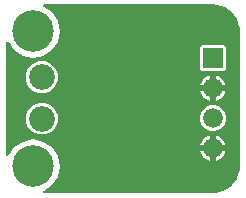
<source format=gbr>
G04 EAGLE Gerber RS-274X export*
G75*
%MOMM*%
%FSLAX34Y34*%
%LPD*%
%INBottom Copper*%
%IPPOS*%
%AMOC8*
5,1,8,0,0,1.08239X$1,22.5*%
G01*
%ADD10C,2.184400*%
%ADD11R,1.676400X1.676400*%
%ADD12C,1.676400*%
%ADD13C,3.516000*%
%ADD14C,0.906400*%

G36*
X177822Y2543D02*
X177822Y2543D01*
X177900Y2545D01*
X181277Y2810D01*
X181345Y2824D01*
X181414Y2829D01*
X181570Y2869D01*
X187994Y4956D01*
X188101Y5006D01*
X188212Y5050D01*
X188263Y5083D01*
X188282Y5091D01*
X188297Y5104D01*
X188348Y5136D01*
X193812Y9107D01*
X193899Y9188D01*
X193946Y9227D01*
X193952Y9231D01*
X193953Y9232D01*
X193991Y9264D01*
X194029Y9310D01*
X194044Y9324D01*
X194055Y9342D01*
X194093Y9388D01*
X198064Y14852D01*
X198121Y14956D01*
X198185Y15056D01*
X198207Y15113D01*
X198217Y15131D01*
X198222Y15151D01*
X198244Y15206D01*
X200331Y21630D01*
X200344Y21698D01*
X200367Y21764D01*
X200390Y21923D01*
X200655Y25300D01*
X200655Y25304D01*
X200656Y25307D01*
X200655Y25326D01*
X200659Y25400D01*
X200659Y139700D01*
X200657Y139722D01*
X200655Y139800D01*
X200390Y143177D01*
X200376Y143245D01*
X200371Y143314D01*
X200331Y143470D01*
X198244Y149894D01*
X198194Y150001D01*
X198150Y150112D01*
X198117Y150163D01*
X198109Y150182D01*
X198096Y150197D01*
X198064Y150248D01*
X194093Y155712D01*
X194012Y155799D01*
X193936Y155891D01*
X193890Y155929D01*
X193876Y155944D01*
X193858Y155955D01*
X193812Y155993D01*
X188348Y159964D01*
X188244Y160021D01*
X188144Y160085D01*
X188087Y160107D01*
X188069Y160117D01*
X188049Y160122D01*
X187994Y160144D01*
X181570Y162231D01*
X181502Y162244D01*
X181436Y162267D01*
X181277Y162290D01*
X177900Y162555D01*
X177878Y162554D01*
X177800Y162559D01*
X35404Y162559D01*
X35300Y162546D01*
X35196Y162542D01*
X35143Y162526D01*
X35089Y162519D01*
X34992Y162481D01*
X34891Y162451D01*
X34844Y162423D01*
X34793Y162402D01*
X34708Y162341D01*
X34619Y162287D01*
X34580Y162248D01*
X34535Y162216D01*
X34469Y162135D01*
X34396Y162061D01*
X34368Y162013D01*
X34333Y161971D01*
X34288Y161876D01*
X34236Y161786D01*
X34221Y161733D01*
X34197Y161683D01*
X34178Y161580D01*
X34149Y161480D01*
X34148Y161425D01*
X34137Y161371D01*
X34144Y161266D01*
X34141Y161162D01*
X34154Y161108D01*
X34157Y161053D01*
X34189Y160954D01*
X34213Y160852D01*
X34238Y160803D01*
X34255Y160751D01*
X34311Y160662D01*
X34359Y160570D01*
X34396Y160528D01*
X34425Y160482D01*
X34501Y160410D01*
X34571Y160332D01*
X34641Y160279D01*
X34657Y160264D01*
X34670Y160257D01*
X34699Y160235D01*
X41434Y155734D01*
X46350Y148378D01*
X48076Y139700D01*
X46350Y131022D01*
X41434Y123666D01*
X34078Y118750D01*
X25400Y117024D01*
X16722Y118750D01*
X9366Y123666D01*
X4865Y130401D01*
X4797Y130480D01*
X4736Y130565D01*
X4693Y130600D01*
X4657Y130641D01*
X4571Y130701D01*
X4491Y130767D01*
X4441Y130791D01*
X4395Y130822D01*
X4297Y130858D01*
X4203Y130903D01*
X4149Y130913D01*
X4097Y130932D01*
X3993Y130943D01*
X3890Y130963D01*
X3835Y130959D01*
X3781Y130965D01*
X3677Y130949D01*
X3573Y130943D01*
X3521Y130926D01*
X3466Y130918D01*
X3370Y130877D01*
X3271Y130845D01*
X3224Y130815D01*
X3173Y130794D01*
X3090Y130731D01*
X3002Y130675D01*
X2964Y130635D01*
X2920Y130601D01*
X2855Y130519D01*
X2784Y130443D01*
X2757Y130395D01*
X2723Y130352D01*
X2681Y130256D01*
X2630Y130165D01*
X2617Y130111D01*
X2594Y130061D01*
X2577Y129958D01*
X2551Y129857D01*
X2545Y129769D01*
X2542Y129747D01*
X2543Y129732D01*
X2541Y129696D01*
X2541Y35404D01*
X2554Y35300D01*
X2558Y35196D01*
X2574Y35143D01*
X2581Y35089D01*
X2619Y34992D01*
X2649Y34891D01*
X2677Y34844D01*
X2698Y34793D01*
X2759Y34708D01*
X2813Y34619D01*
X2852Y34580D01*
X2884Y34535D01*
X2965Y34469D01*
X3039Y34396D01*
X3087Y34368D01*
X3129Y34333D01*
X3224Y34288D01*
X3314Y34236D01*
X3367Y34221D01*
X3417Y34197D01*
X3520Y34178D01*
X3620Y34149D01*
X3675Y34148D01*
X3729Y34137D01*
X3834Y34144D01*
X3938Y34141D01*
X3992Y34154D01*
X4047Y34157D01*
X4146Y34189D01*
X4248Y34213D01*
X4297Y34238D01*
X4349Y34255D01*
X4438Y34311D01*
X4530Y34359D01*
X4572Y34396D01*
X4618Y34425D01*
X4690Y34501D01*
X4768Y34571D01*
X4821Y34641D01*
X4836Y34657D01*
X4843Y34670D01*
X4865Y34699D01*
X9366Y41434D01*
X16722Y46350D01*
X25400Y48076D01*
X34078Y46350D01*
X41434Y41434D01*
X46350Y34078D01*
X48076Y25400D01*
X46350Y16722D01*
X41434Y9366D01*
X34699Y4865D01*
X34620Y4797D01*
X34535Y4736D01*
X34500Y4693D01*
X34459Y4657D01*
X34399Y4571D01*
X34333Y4491D01*
X34309Y4441D01*
X34278Y4395D01*
X34242Y4297D01*
X34197Y4203D01*
X34187Y4149D01*
X34168Y4097D01*
X34157Y3993D01*
X34137Y3890D01*
X34141Y3835D01*
X34135Y3781D01*
X34151Y3677D01*
X34157Y3573D01*
X34174Y3521D01*
X34182Y3466D01*
X34223Y3370D01*
X34255Y3271D01*
X34285Y3224D01*
X34306Y3173D01*
X34369Y3090D01*
X34425Y3002D01*
X34465Y2964D01*
X34499Y2920D01*
X34581Y2855D01*
X34657Y2784D01*
X34705Y2757D01*
X34748Y2723D01*
X34844Y2681D01*
X34935Y2630D01*
X34989Y2617D01*
X35039Y2594D01*
X35142Y2577D01*
X35243Y2551D01*
X35331Y2545D01*
X35353Y2542D01*
X35368Y2543D01*
X35404Y2541D01*
X177800Y2541D01*
X177822Y2543D01*
G37*
%LPC*%
G36*
X30342Y87357D02*
X30342Y87357D01*
X25394Y89407D01*
X21607Y93194D01*
X19557Y98142D01*
X19557Y103498D01*
X21607Y108446D01*
X25394Y112233D01*
X30342Y114283D01*
X35698Y114283D01*
X40646Y112233D01*
X44433Y108446D01*
X46483Y103498D01*
X46483Y98142D01*
X44433Y93194D01*
X40646Y89407D01*
X35698Y87357D01*
X30342Y87357D01*
G37*
%LPD*%
%LPC*%
G36*
X30342Y52357D02*
X30342Y52357D01*
X25394Y54407D01*
X21607Y58194D01*
X19557Y63142D01*
X19557Y68498D01*
X21607Y73446D01*
X25394Y77233D01*
X30342Y79283D01*
X35698Y79283D01*
X40646Y77233D01*
X44433Y73446D01*
X46483Y68498D01*
X46483Y63142D01*
X44433Y58194D01*
X40646Y54407D01*
X35698Y52357D01*
X30342Y52357D01*
G37*
%LPD*%
%LPC*%
G36*
X168366Y105917D02*
X168366Y105917D01*
X166877Y107406D01*
X166877Y126274D01*
X168366Y127763D01*
X187234Y127763D01*
X188723Y126274D01*
X188723Y107406D01*
X187234Y105917D01*
X168366Y105917D01*
G37*
%LPD*%
%LPC*%
G36*
X175627Y55117D02*
X175627Y55117D01*
X171613Y56780D01*
X168540Y59853D01*
X166877Y63867D01*
X166877Y68213D01*
X168540Y72227D01*
X171613Y75300D01*
X175627Y76963D01*
X179973Y76963D01*
X183987Y75300D01*
X187060Y72227D01*
X188723Y68213D01*
X188723Y63867D01*
X187060Y59853D01*
X183987Y56780D01*
X179973Y55117D01*
X175627Y55117D01*
G37*
%LPD*%
%LPC*%
G36*
X180299Y93939D02*
X180299Y93939D01*
X180299Y102103D01*
X180358Y102094D01*
X181993Y101563D01*
X183525Y100782D01*
X184916Y99771D01*
X186131Y98556D01*
X187142Y97165D01*
X187923Y95633D01*
X188454Y93998D01*
X188463Y93939D01*
X180299Y93939D01*
G37*
%LPD*%
%LPC*%
G36*
X180299Y43139D02*
X180299Y43139D01*
X180299Y51303D01*
X180358Y51294D01*
X181993Y50763D01*
X183525Y49982D01*
X184916Y48971D01*
X186131Y47756D01*
X187142Y46365D01*
X187923Y44833D01*
X188454Y43198D01*
X188463Y43139D01*
X180299Y43139D01*
G37*
%LPD*%
%LPC*%
G36*
X167137Y93939D02*
X167137Y93939D01*
X167146Y93998D01*
X167677Y95633D01*
X168458Y97165D01*
X169469Y98556D01*
X170684Y99771D01*
X172075Y100782D01*
X173607Y101563D01*
X175242Y102094D01*
X175301Y102103D01*
X175301Y93939D01*
X167137Y93939D01*
G37*
%LPD*%
%LPC*%
G36*
X180299Y88941D02*
X180299Y88941D01*
X188463Y88941D01*
X188454Y88882D01*
X187923Y87247D01*
X187142Y85715D01*
X186131Y84324D01*
X184916Y83109D01*
X183525Y82098D01*
X181993Y81317D01*
X180358Y80786D01*
X180299Y80777D01*
X180299Y88941D01*
G37*
%LPD*%
%LPC*%
G36*
X167137Y43139D02*
X167137Y43139D01*
X167146Y43198D01*
X167677Y44833D01*
X168458Y46365D01*
X169469Y47756D01*
X170684Y48971D01*
X172075Y49982D01*
X173607Y50763D01*
X175242Y51294D01*
X175301Y51303D01*
X175301Y43139D01*
X167137Y43139D01*
G37*
%LPD*%
%LPC*%
G36*
X180299Y38141D02*
X180299Y38141D01*
X188463Y38141D01*
X188454Y38082D01*
X187923Y36447D01*
X187142Y34915D01*
X186131Y33524D01*
X184916Y32309D01*
X183525Y31298D01*
X181993Y30517D01*
X180358Y29986D01*
X180299Y29977D01*
X180299Y38141D01*
G37*
%LPD*%
%LPC*%
G36*
X175242Y80786D02*
X175242Y80786D01*
X173607Y81317D01*
X172075Y82098D01*
X170684Y83109D01*
X169469Y84324D01*
X168458Y85715D01*
X167677Y87247D01*
X167146Y88882D01*
X167137Y88941D01*
X175301Y88941D01*
X175301Y80777D01*
X175242Y80786D01*
G37*
%LPD*%
%LPC*%
G36*
X175242Y29986D02*
X175242Y29986D01*
X173607Y30517D01*
X172075Y31298D01*
X170684Y32309D01*
X169469Y33524D01*
X168458Y34915D01*
X167677Y36447D01*
X167146Y38082D01*
X167137Y38141D01*
X175301Y38141D01*
X175301Y29977D01*
X175242Y29986D01*
G37*
%LPD*%
D10*
X33020Y65820D03*
X33020Y100820D03*
D11*
X177800Y116840D03*
D12*
X177800Y91440D03*
X177800Y66040D03*
X177800Y40640D03*
D13*
X25400Y139700D03*
X25400Y25400D03*
D14*
X106680Y86360D03*
M02*

</source>
